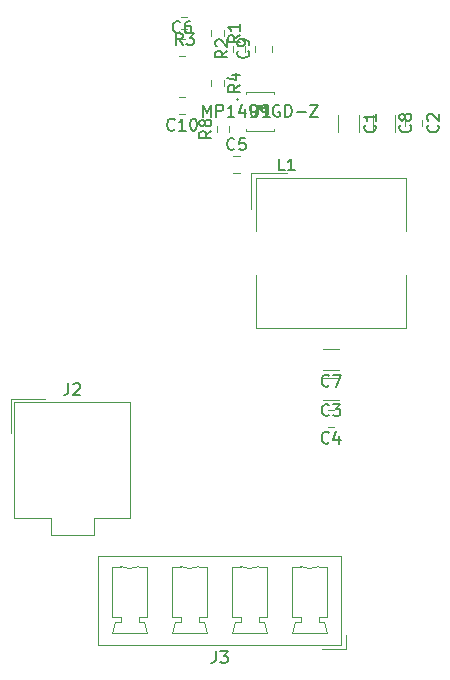
<source format=gbr>
%TF.GenerationSoftware,KiCad,Pcbnew,(5.1.9)-1*%
%TF.CreationDate,2021-07-15T17:24:24+09:00*%
%TF.ProjectId,4710MQ Power Supply,34373130-4d51-4205-906f-776572205375,rev?*%
%TF.SameCoordinates,Original*%
%TF.FileFunction,Legend,Top*%
%TF.FilePolarity,Positive*%
%FSLAX46Y46*%
G04 Gerber Fmt 4.6, Leading zero omitted, Abs format (unit mm)*
G04 Created by KiCad (PCBNEW (5.1.9)-1) date 2021-07-15 17:24:24*
%MOMM*%
%LPD*%
G01*
G04 APERTURE LIST*
%ADD10C,0.120000*%
%ADD11C,0.150000*%
G04 APERTURE END LIST*
D10*
%TO.C,U1*%
X144818900Y-89876400D02*
X147181100Y-89876400D01*
X147181100Y-89876400D02*
X147181100Y-89660141D01*
X147181100Y-86523600D02*
X144818900Y-86523600D01*
X144818900Y-86523600D02*
X144818900Y-86739859D01*
X144818900Y-89660141D02*
X144818900Y-89876400D01*
X147181100Y-86739859D02*
X147181100Y-86523600D01*
X144196701Y-87200000D02*
G75*
G03*
X144196701Y-87200000I-101600J0D01*
G01*
%TO.C,R8*%
X142327500Y-89954724D02*
X142327500Y-89445276D01*
X143372500Y-89954724D02*
X143372500Y-89445276D01*
%TO.C,R4*%
X142922500Y-85545276D02*
X142922500Y-86054724D01*
X141877500Y-85545276D02*
X141877500Y-86054724D01*
%TO.C,R3*%
X139854724Y-81222500D02*
X139345276Y-81222500D01*
X139854724Y-80177500D02*
X139345276Y-80177500D01*
%TO.C,R2*%
X143677500Y-83154724D02*
X143677500Y-82645276D01*
X144722500Y-83154724D02*
X144722500Y-82645276D01*
%TO.C,R1*%
X142922500Y-81345276D02*
X142922500Y-81854724D01*
X141877500Y-81345276D02*
X141877500Y-81854724D01*
%TO.C,L1*%
X145250000Y-96450000D02*
X145250000Y-93450000D01*
X145250000Y-93450000D02*
X148250000Y-93450000D01*
X145630000Y-93830000D02*
X158370000Y-93830000D01*
X158370000Y-93830000D02*
X158370000Y-98350000D01*
X158370000Y-102050000D02*
X158370000Y-106570000D01*
X145630000Y-106570000D02*
X158370000Y-106570000D01*
X145630000Y-93830000D02*
X145630000Y-98350000D01*
X145630000Y-102050000D02*
X145630000Y-106570000D01*
%TO.C,J3*%
X152850000Y-133360000D02*
X152850000Y-125890000D01*
X152850000Y-125890000D02*
X132310000Y-125890000D01*
X132310000Y-125890000D02*
X132310000Y-133360000D01*
X132310000Y-133360000D02*
X152850000Y-133360000D01*
X150950000Y-126750000D02*
X151700000Y-126750000D01*
X151700000Y-126750000D02*
X151700000Y-131050000D01*
X151700000Y-131050000D02*
X150950000Y-131050000D01*
X150950000Y-131050000D02*
X150950000Y-131400000D01*
X150950000Y-131400000D02*
X151450000Y-131400000D01*
X151450000Y-131400000D02*
X151700000Y-132400000D01*
X151700000Y-132400000D02*
X148700000Y-132400000D01*
X148700000Y-132400000D02*
X148950000Y-131400000D01*
X148950000Y-131400000D02*
X149450000Y-131400000D01*
X149450000Y-131400000D02*
X149450000Y-131050000D01*
X149450000Y-131050000D02*
X148700000Y-131050000D01*
X148700000Y-131050000D02*
X148700000Y-126750000D01*
X148700000Y-126750000D02*
X149450000Y-126750000D01*
X145870000Y-126750000D02*
X146620000Y-126750000D01*
X146620000Y-126750000D02*
X146620000Y-131050000D01*
X146620000Y-131050000D02*
X145870000Y-131050000D01*
X145870000Y-131050000D02*
X145870000Y-131400000D01*
X145870000Y-131400000D02*
X146370000Y-131400000D01*
X146370000Y-131400000D02*
X146620000Y-132400000D01*
X146620000Y-132400000D02*
X143620000Y-132400000D01*
X143620000Y-132400000D02*
X143870000Y-131400000D01*
X143870000Y-131400000D02*
X144370000Y-131400000D01*
X144370000Y-131400000D02*
X144370000Y-131050000D01*
X144370000Y-131050000D02*
X143620000Y-131050000D01*
X143620000Y-131050000D02*
X143620000Y-126750000D01*
X143620000Y-126750000D02*
X144370000Y-126750000D01*
X140790000Y-126750000D02*
X141540000Y-126750000D01*
X141540000Y-126750000D02*
X141540000Y-131050000D01*
X141540000Y-131050000D02*
X140790000Y-131050000D01*
X140790000Y-131050000D02*
X140790000Y-131400000D01*
X140790000Y-131400000D02*
X141290000Y-131400000D01*
X141290000Y-131400000D02*
X141540000Y-132400000D01*
X141540000Y-132400000D02*
X138540000Y-132400000D01*
X138540000Y-132400000D02*
X138790000Y-131400000D01*
X138790000Y-131400000D02*
X139290000Y-131400000D01*
X139290000Y-131400000D02*
X139290000Y-131050000D01*
X139290000Y-131050000D02*
X138540000Y-131050000D01*
X138540000Y-131050000D02*
X138540000Y-126750000D01*
X138540000Y-126750000D02*
X139290000Y-126750000D01*
X135710000Y-126750000D02*
X136460000Y-126750000D01*
X136460000Y-126750000D02*
X136460000Y-131050000D01*
X136460000Y-131050000D02*
X135710000Y-131050000D01*
X135710000Y-131050000D02*
X135710000Y-131400000D01*
X135710000Y-131400000D02*
X136210000Y-131400000D01*
X136210000Y-131400000D02*
X136460000Y-132400000D01*
X136460000Y-132400000D02*
X133460000Y-132400000D01*
X133460000Y-132400000D02*
X133710000Y-131400000D01*
X133710000Y-131400000D02*
X134210000Y-131400000D01*
X134210000Y-131400000D02*
X134210000Y-131050000D01*
X134210000Y-131050000D02*
X133460000Y-131050000D01*
X133460000Y-131050000D02*
X133460000Y-126750000D01*
X133460000Y-126750000D02*
X134210000Y-126750000D01*
X153240000Y-132500000D02*
X153240000Y-133750000D01*
X153240000Y-133750000D02*
X151240000Y-133750000D01*
X134210353Y-126750155D02*
G75*
G03*
X135710000Y-126750000I749647J1700155D01*
G01*
X139290353Y-126750155D02*
G75*
G03*
X140790000Y-126750000I749647J1700155D01*
G01*
X144370353Y-126750155D02*
G75*
G03*
X145870000Y-126750000I749647J1700155D01*
G01*
X149450353Y-126750155D02*
G75*
G03*
X150950000Y-126750000I749647J1700155D01*
G01*
%TO.C,J2*%
X130100000Y-112840000D02*
X125190000Y-112840000D01*
X125190000Y-112840000D02*
X125190000Y-122660000D01*
X125190000Y-122660000D02*
X128290000Y-122660000D01*
X128290000Y-122660000D02*
X128290000Y-124060000D01*
X128290000Y-124060000D02*
X130100000Y-124060000D01*
X130100000Y-112840000D02*
X135010000Y-112840000D01*
X135010000Y-112840000D02*
X135010000Y-122660000D01*
X135010000Y-122660000D02*
X131910000Y-122660000D01*
X131910000Y-122660000D02*
X131910000Y-124060000D01*
X131910000Y-124060000D02*
X130100000Y-124060000D01*
X127800000Y-112600000D02*
X124950000Y-112600000D01*
X124950000Y-112600000D02*
X124950000Y-115450000D01*
%TO.C,C10*%
X139661252Y-88435000D02*
X139138748Y-88435000D01*
X139661252Y-86965000D02*
X139138748Y-86965000D01*
%TO.C,C9*%
X145565000Y-83161252D02*
X145565000Y-82638748D01*
X147035000Y-83161252D02*
X147035000Y-82638748D01*
%TO.C,C8*%
X157410000Y-88488748D02*
X157410000Y-89911252D01*
X155590000Y-88488748D02*
X155590000Y-89911252D01*
%TO.C,C7*%
X152711252Y-110110000D02*
X151288748Y-110110000D01*
X152711252Y-108290000D02*
X151288748Y-108290000D01*
%TO.C,C6*%
X139138748Y-82065000D02*
X139661252Y-82065000D01*
X139138748Y-83535000D02*
X139661252Y-83535000D01*
%TO.C,C5*%
X143738748Y-91965000D02*
X144261252Y-91965000D01*
X143738748Y-93435000D02*
X144261252Y-93435000D01*
%TO.C,C4*%
X152261252Y-114935000D02*
X151738748Y-114935000D01*
X152261252Y-113465000D02*
X151738748Y-113465000D01*
%TO.C,C3*%
X152711252Y-112610000D02*
X151288748Y-112610000D01*
X152711252Y-110790000D02*
X151288748Y-110790000D01*
%TO.C,C2*%
X159735000Y-88938748D02*
X159735000Y-89461252D01*
X158265000Y-88938748D02*
X158265000Y-89461252D01*
%TO.C,C1*%
X154410000Y-88488748D02*
X154410000Y-89911252D01*
X152590000Y-88488748D02*
X152590000Y-89911252D01*
%TO.C,U1*%
D11*
X145238095Y-87652380D02*
X145238095Y-88461904D01*
X145285714Y-88557142D01*
X145333333Y-88604761D01*
X145428571Y-88652380D01*
X145619047Y-88652380D01*
X145714285Y-88604761D01*
X145761904Y-88557142D01*
X145809523Y-88461904D01*
X145809523Y-87652380D01*
X146809523Y-88652380D02*
X146238095Y-88652380D01*
X146523809Y-88652380D02*
X146523809Y-87652380D01*
X146428571Y-87795238D01*
X146333333Y-87890476D01*
X146238095Y-87938095D01*
X141166666Y-88652380D02*
X141166666Y-87652380D01*
X141500000Y-88366666D01*
X141833333Y-87652380D01*
X141833333Y-88652380D01*
X142309523Y-88652380D02*
X142309523Y-87652380D01*
X142690476Y-87652380D01*
X142785714Y-87700000D01*
X142833333Y-87747619D01*
X142880952Y-87842857D01*
X142880952Y-87985714D01*
X142833333Y-88080952D01*
X142785714Y-88128571D01*
X142690476Y-88176190D01*
X142309523Y-88176190D01*
X143833333Y-88652380D02*
X143261904Y-88652380D01*
X143547619Y-88652380D02*
X143547619Y-87652380D01*
X143452380Y-87795238D01*
X143357142Y-87890476D01*
X143261904Y-87938095D01*
X144690476Y-87985714D02*
X144690476Y-88652380D01*
X144452380Y-87604761D02*
X144214285Y-88319047D01*
X144833333Y-88319047D01*
X145261904Y-88652380D02*
X145452380Y-88652380D01*
X145547619Y-88604761D01*
X145595238Y-88557142D01*
X145690476Y-88414285D01*
X145738095Y-88223809D01*
X145738095Y-87842857D01*
X145690476Y-87747619D01*
X145642857Y-87700000D01*
X145547619Y-87652380D01*
X145357142Y-87652380D01*
X145261904Y-87700000D01*
X145214285Y-87747619D01*
X145166666Y-87842857D01*
X145166666Y-88080952D01*
X145214285Y-88176190D01*
X145261904Y-88223809D01*
X145357142Y-88271428D01*
X145547619Y-88271428D01*
X145642857Y-88223809D01*
X145690476Y-88176190D01*
X145738095Y-88080952D01*
X146214285Y-88652380D02*
X146404761Y-88652380D01*
X146500000Y-88604761D01*
X146547619Y-88557142D01*
X146642857Y-88414285D01*
X146690476Y-88223809D01*
X146690476Y-87842857D01*
X146642857Y-87747619D01*
X146595238Y-87700000D01*
X146500000Y-87652380D01*
X146309523Y-87652380D01*
X146214285Y-87700000D01*
X146166666Y-87747619D01*
X146119047Y-87842857D01*
X146119047Y-88080952D01*
X146166666Y-88176190D01*
X146214285Y-88223809D01*
X146309523Y-88271428D01*
X146500000Y-88271428D01*
X146595238Y-88223809D01*
X146642857Y-88176190D01*
X146690476Y-88080952D01*
X147642857Y-87700000D02*
X147547619Y-87652380D01*
X147404761Y-87652380D01*
X147261904Y-87700000D01*
X147166666Y-87795238D01*
X147119047Y-87890476D01*
X147071428Y-88080952D01*
X147071428Y-88223809D01*
X147119047Y-88414285D01*
X147166666Y-88509523D01*
X147261904Y-88604761D01*
X147404761Y-88652380D01*
X147500000Y-88652380D01*
X147642857Y-88604761D01*
X147690476Y-88557142D01*
X147690476Y-88223809D01*
X147500000Y-88223809D01*
X148119047Y-88652380D02*
X148119047Y-87652380D01*
X148357142Y-87652380D01*
X148500000Y-87700000D01*
X148595238Y-87795238D01*
X148642857Y-87890476D01*
X148690476Y-88080952D01*
X148690476Y-88223809D01*
X148642857Y-88414285D01*
X148595238Y-88509523D01*
X148500000Y-88604761D01*
X148357142Y-88652380D01*
X148119047Y-88652380D01*
X149119047Y-88271428D02*
X149880952Y-88271428D01*
X150261904Y-87652380D02*
X150928571Y-87652380D01*
X150261904Y-88652380D01*
X150928571Y-88652380D01*
X146000000Y-87652380D02*
X146000000Y-87890476D01*
X145761904Y-87795238D02*
X146000000Y-87890476D01*
X146238095Y-87795238D01*
X145857142Y-88080952D02*
X146000000Y-87890476D01*
X146142857Y-88080952D01*
%TO.C,R8*%
X141872380Y-89866666D02*
X141396190Y-90200000D01*
X141872380Y-90438095D02*
X140872380Y-90438095D01*
X140872380Y-90057142D01*
X140920000Y-89961904D01*
X140967619Y-89914285D01*
X141062857Y-89866666D01*
X141205714Y-89866666D01*
X141300952Y-89914285D01*
X141348571Y-89961904D01*
X141396190Y-90057142D01*
X141396190Y-90438095D01*
X141300952Y-89295238D02*
X141253333Y-89390476D01*
X141205714Y-89438095D01*
X141110476Y-89485714D01*
X141062857Y-89485714D01*
X140967619Y-89438095D01*
X140920000Y-89390476D01*
X140872380Y-89295238D01*
X140872380Y-89104761D01*
X140920000Y-89009523D01*
X140967619Y-88961904D01*
X141062857Y-88914285D01*
X141110476Y-88914285D01*
X141205714Y-88961904D01*
X141253333Y-89009523D01*
X141300952Y-89104761D01*
X141300952Y-89295238D01*
X141348571Y-89390476D01*
X141396190Y-89438095D01*
X141491428Y-89485714D01*
X141681904Y-89485714D01*
X141777142Y-89438095D01*
X141824761Y-89390476D01*
X141872380Y-89295238D01*
X141872380Y-89104761D01*
X141824761Y-89009523D01*
X141777142Y-88961904D01*
X141681904Y-88914285D01*
X141491428Y-88914285D01*
X141396190Y-88961904D01*
X141348571Y-89009523D01*
X141300952Y-89104761D01*
%TO.C,R4*%
X144282380Y-85966666D02*
X143806190Y-86300000D01*
X144282380Y-86538095D02*
X143282380Y-86538095D01*
X143282380Y-86157142D01*
X143330000Y-86061904D01*
X143377619Y-86014285D01*
X143472857Y-85966666D01*
X143615714Y-85966666D01*
X143710952Y-86014285D01*
X143758571Y-86061904D01*
X143806190Y-86157142D01*
X143806190Y-86538095D01*
X143615714Y-85109523D02*
X144282380Y-85109523D01*
X143234761Y-85347619D02*
X143949047Y-85585714D01*
X143949047Y-84966666D01*
%TO.C,R3*%
X139433333Y-82582380D02*
X139100000Y-82106190D01*
X138861904Y-82582380D02*
X138861904Y-81582380D01*
X139242857Y-81582380D01*
X139338095Y-81630000D01*
X139385714Y-81677619D01*
X139433333Y-81772857D01*
X139433333Y-81915714D01*
X139385714Y-82010952D01*
X139338095Y-82058571D01*
X139242857Y-82106190D01*
X138861904Y-82106190D01*
X139766666Y-81582380D02*
X140385714Y-81582380D01*
X140052380Y-81963333D01*
X140195238Y-81963333D01*
X140290476Y-82010952D01*
X140338095Y-82058571D01*
X140385714Y-82153809D01*
X140385714Y-82391904D01*
X140338095Y-82487142D01*
X140290476Y-82534761D01*
X140195238Y-82582380D01*
X139909523Y-82582380D01*
X139814285Y-82534761D01*
X139766666Y-82487142D01*
%TO.C,R2*%
X143222380Y-83066666D02*
X142746190Y-83400000D01*
X143222380Y-83638095D02*
X142222380Y-83638095D01*
X142222380Y-83257142D01*
X142270000Y-83161904D01*
X142317619Y-83114285D01*
X142412857Y-83066666D01*
X142555714Y-83066666D01*
X142650952Y-83114285D01*
X142698571Y-83161904D01*
X142746190Y-83257142D01*
X142746190Y-83638095D01*
X142317619Y-82685714D02*
X142270000Y-82638095D01*
X142222380Y-82542857D01*
X142222380Y-82304761D01*
X142270000Y-82209523D01*
X142317619Y-82161904D01*
X142412857Y-82114285D01*
X142508095Y-82114285D01*
X142650952Y-82161904D01*
X143222380Y-82733333D01*
X143222380Y-82114285D01*
%TO.C,R1*%
X144282380Y-81766666D02*
X143806190Y-82100000D01*
X144282380Y-82338095D02*
X143282380Y-82338095D01*
X143282380Y-81957142D01*
X143330000Y-81861904D01*
X143377619Y-81814285D01*
X143472857Y-81766666D01*
X143615714Y-81766666D01*
X143710952Y-81814285D01*
X143758571Y-81861904D01*
X143806190Y-81957142D01*
X143806190Y-82338095D01*
X144282380Y-80814285D02*
X144282380Y-81385714D01*
X144282380Y-81100000D02*
X143282380Y-81100000D01*
X143425238Y-81195238D01*
X143520476Y-81290476D01*
X143568095Y-81385714D01*
%TO.C,L1*%
X148083333Y-93202380D02*
X147607142Y-93202380D01*
X147607142Y-92202380D01*
X148940476Y-93202380D02*
X148369047Y-93202380D01*
X148654761Y-93202380D02*
X148654761Y-92202380D01*
X148559523Y-92345238D01*
X148464285Y-92440476D01*
X148369047Y-92488095D01*
%TO.C,J3*%
X142246666Y-133902380D02*
X142246666Y-134616666D01*
X142199047Y-134759523D01*
X142103809Y-134854761D01*
X141960952Y-134902380D01*
X141865714Y-134902380D01*
X142627619Y-133902380D02*
X143246666Y-133902380D01*
X142913333Y-134283333D01*
X143056190Y-134283333D01*
X143151428Y-134330952D01*
X143199047Y-134378571D01*
X143246666Y-134473809D01*
X143246666Y-134711904D01*
X143199047Y-134807142D01*
X143151428Y-134854761D01*
X143056190Y-134902380D01*
X142770476Y-134902380D01*
X142675238Y-134854761D01*
X142627619Y-134807142D01*
%TO.C,J2*%
X129766666Y-111202380D02*
X129766666Y-111916666D01*
X129719047Y-112059523D01*
X129623809Y-112154761D01*
X129480952Y-112202380D01*
X129385714Y-112202380D01*
X130195238Y-111297619D02*
X130242857Y-111250000D01*
X130338095Y-111202380D01*
X130576190Y-111202380D01*
X130671428Y-111250000D01*
X130719047Y-111297619D01*
X130766666Y-111392857D01*
X130766666Y-111488095D01*
X130719047Y-111630952D01*
X130147619Y-112202380D01*
X130766666Y-112202380D01*
%TO.C,C10*%
X138757142Y-89737142D02*
X138709523Y-89784761D01*
X138566666Y-89832380D01*
X138471428Y-89832380D01*
X138328571Y-89784761D01*
X138233333Y-89689523D01*
X138185714Y-89594285D01*
X138138095Y-89403809D01*
X138138095Y-89260952D01*
X138185714Y-89070476D01*
X138233333Y-88975238D01*
X138328571Y-88880000D01*
X138471428Y-88832380D01*
X138566666Y-88832380D01*
X138709523Y-88880000D01*
X138757142Y-88927619D01*
X139709523Y-89832380D02*
X139138095Y-89832380D01*
X139423809Y-89832380D02*
X139423809Y-88832380D01*
X139328571Y-88975238D01*
X139233333Y-89070476D01*
X139138095Y-89118095D01*
X140328571Y-88832380D02*
X140423809Y-88832380D01*
X140519047Y-88880000D01*
X140566666Y-88927619D01*
X140614285Y-89022857D01*
X140661904Y-89213333D01*
X140661904Y-89451428D01*
X140614285Y-89641904D01*
X140566666Y-89737142D01*
X140519047Y-89784761D01*
X140423809Y-89832380D01*
X140328571Y-89832380D01*
X140233333Y-89784761D01*
X140185714Y-89737142D01*
X140138095Y-89641904D01*
X140090476Y-89451428D01*
X140090476Y-89213333D01*
X140138095Y-89022857D01*
X140185714Y-88927619D01*
X140233333Y-88880000D01*
X140328571Y-88832380D01*
%TO.C,C9*%
X144977142Y-83066666D02*
X145024761Y-83114285D01*
X145072380Y-83257142D01*
X145072380Y-83352380D01*
X145024761Y-83495238D01*
X144929523Y-83590476D01*
X144834285Y-83638095D01*
X144643809Y-83685714D01*
X144500952Y-83685714D01*
X144310476Y-83638095D01*
X144215238Y-83590476D01*
X144120000Y-83495238D01*
X144072380Y-83352380D01*
X144072380Y-83257142D01*
X144120000Y-83114285D01*
X144167619Y-83066666D01*
X145072380Y-82590476D02*
X145072380Y-82400000D01*
X145024761Y-82304761D01*
X144977142Y-82257142D01*
X144834285Y-82161904D01*
X144643809Y-82114285D01*
X144262857Y-82114285D01*
X144167619Y-82161904D01*
X144120000Y-82209523D01*
X144072380Y-82304761D01*
X144072380Y-82495238D01*
X144120000Y-82590476D01*
X144167619Y-82638095D01*
X144262857Y-82685714D01*
X144500952Y-82685714D01*
X144596190Y-82638095D01*
X144643809Y-82590476D01*
X144691428Y-82495238D01*
X144691428Y-82304761D01*
X144643809Y-82209523D01*
X144596190Y-82161904D01*
X144500952Y-82114285D01*
%TO.C,C8*%
X158707142Y-89366666D02*
X158754761Y-89414285D01*
X158802380Y-89557142D01*
X158802380Y-89652380D01*
X158754761Y-89795238D01*
X158659523Y-89890476D01*
X158564285Y-89938095D01*
X158373809Y-89985714D01*
X158230952Y-89985714D01*
X158040476Y-89938095D01*
X157945238Y-89890476D01*
X157850000Y-89795238D01*
X157802380Y-89652380D01*
X157802380Y-89557142D01*
X157850000Y-89414285D01*
X157897619Y-89366666D01*
X158230952Y-88795238D02*
X158183333Y-88890476D01*
X158135714Y-88938095D01*
X158040476Y-88985714D01*
X157992857Y-88985714D01*
X157897619Y-88938095D01*
X157850000Y-88890476D01*
X157802380Y-88795238D01*
X157802380Y-88604761D01*
X157850000Y-88509523D01*
X157897619Y-88461904D01*
X157992857Y-88414285D01*
X158040476Y-88414285D01*
X158135714Y-88461904D01*
X158183333Y-88509523D01*
X158230952Y-88604761D01*
X158230952Y-88795238D01*
X158278571Y-88890476D01*
X158326190Y-88938095D01*
X158421428Y-88985714D01*
X158611904Y-88985714D01*
X158707142Y-88938095D01*
X158754761Y-88890476D01*
X158802380Y-88795238D01*
X158802380Y-88604761D01*
X158754761Y-88509523D01*
X158707142Y-88461904D01*
X158611904Y-88414285D01*
X158421428Y-88414285D01*
X158326190Y-88461904D01*
X158278571Y-88509523D01*
X158230952Y-88604761D01*
%TO.C,C7*%
X151833333Y-111407142D02*
X151785714Y-111454761D01*
X151642857Y-111502380D01*
X151547619Y-111502380D01*
X151404761Y-111454761D01*
X151309523Y-111359523D01*
X151261904Y-111264285D01*
X151214285Y-111073809D01*
X151214285Y-110930952D01*
X151261904Y-110740476D01*
X151309523Y-110645238D01*
X151404761Y-110550000D01*
X151547619Y-110502380D01*
X151642857Y-110502380D01*
X151785714Y-110550000D01*
X151833333Y-110597619D01*
X152166666Y-110502380D02*
X152833333Y-110502380D01*
X152404761Y-111502380D01*
%TO.C,C6*%
X139233333Y-81477142D02*
X139185714Y-81524761D01*
X139042857Y-81572380D01*
X138947619Y-81572380D01*
X138804761Y-81524761D01*
X138709523Y-81429523D01*
X138661904Y-81334285D01*
X138614285Y-81143809D01*
X138614285Y-81000952D01*
X138661904Y-80810476D01*
X138709523Y-80715238D01*
X138804761Y-80620000D01*
X138947619Y-80572380D01*
X139042857Y-80572380D01*
X139185714Y-80620000D01*
X139233333Y-80667619D01*
X140090476Y-80572380D02*
X139900000Y-80572380D01*
X139804761Y-80620000D01*
X139757142Y-80667619D01*
X139661904Y-80810476D01*
X139614285Y-81000952D01*
X139614285Y-81381904D01*
X139661904Y-81477142D01*
X139709523Y-81524761D01*
X139804761Y-81572380D01*
X139995238Y-81572380D01*
X140090476Y-81524761D01*
X140138095Y-81477142D01*
X140185714Y-81381904D01*
X140185714Y-81143809D01*
X140138095Y-81048571D01*
X140090476Y-81000952D01*
X139995238Y-80953333D01*
X139804761Y-80953333D01*
X139709523Y-81000952D01*
X139661904Y-81048571D01*
X139614285Y-81143809D01*
%TO.C,C5*%
X143833333Y-91377142D02*
X143785714Y-91424761D01*
X143642857Y-91472380D01*
X143547619Y-91472380D01*
X143404761Y-91424761D01*
X143309523Y-91329523D01*
X143261904Y-91234285D01*
X143214285Y-91043809D01*
X143214285Y-90900952D01*
X143261904Y-90710476D01*
X143309523Y-90615238D01*
X143404761Y-90520000D01*
X143547619Y-90472380D01*
X143642857Y-90472380D01*
X143785714Y-90520000D01*
X143833333Y-90567619D01*
X144738095Y-90472380D02*
X144261904Y-90472380D01*
X144214285Y-90948571D01*
X144261904Y-90900952D01*
X144357142Y-90853333D01*
X144595238Y-90853333D01*
X144690476Y-90900952D01*
X144738095Y-90948571D01*
X144785714Y-91043809D01*
X144785714Y-91281904D01*
X144738095Y-91377142D01*
X144690476Y-91424761D01*
X144595238Y-91472380D01*
X144357142Y-91472380D01*
X144261904Y-91424761D01*
X144214285Y-91377142D01*
%TO.C,C4*%
X151833333Y-116237142D02*
X151785714Y-116284761D01*
X151642857Y-116332380D01*
X151547619Y-116332380D01*
X151404761Y-116284761D01*
X151309523Y-116189523D01*
X151261904Y-116094285D01*
X151214285Y-115903809D01*
X151214285Y-115760952D01*
X151261904Y-115570476D01*
X151309523Y-115475238D01*
X151404761Y-115380000D01*
X151547619Y-115332380D01*
X151642857Y-115332380D01*
X151785714Y-115380000D01*
X151833333Y-115427619D01*
X152690476Y-115665714D02*
X152690476Y-116332380D01*
X152452380Y-115284761D02*
X152214285Y-115999047D01*
X152833333Y-115999047D01*
%TO.C,C3*%
X151833333Y-113907142D02*
X151785714Y-113954761D01*
X151642857Y-114002380D01*
X151547619Y-114002380D01*
X151404761Y-113954761D01*
X151309523Y-113859523D01*
X151261904Y-113764285D01*
X151214285Y-113573809D01*
X151214285Y-113430952D01*
X151261904Y-113240476D01*
X151309523Y-113145238D01*
X151404761Y-113050000D01*
X151547619Y-113002380D01*
X151642857Y-113002380D01*
X151785714Y-113050000D01*
X151833333Y-113097619D01*
X152166666Y-113002380D02*
X152785714Y-113002380D01*
X152452380Y-113383333D01*
X152595238Y-113383333D01*
X152690476Y-113430952D01*
X152738095Y-113478571D01*
X152785714Y-113573809D01*
X152785714Y-113811904D01*
X152738095Y-113907142D01*
X152690476Y-113954761D01*
X152595238Y-114002380D01*
X152309523Y-114002380D01*
X152214285Y-113954761D01*
X152166666Y-113907142D01*
%TO.C,C2*%
X161037142Y-89366666D02*
X161084761Y-89414285D01*
X161132380Y-89557142D01*
X161132380Y-89652380D01*
X161084761Y-89795238D01*
X160989523Y-89890476D01*
X160894285Y-89938095D01*
X160703809Y-89985714D01*
X160560952Y-89985714D01*
X160370476Y-89938095D01*
X160275238Y-89890476D01*
X160180000Y-89795238D01*
X160132380Y-89652380D01*
X160132380Y-89557142D01*
X160180000Y-89414285D01*
X160227619Y-89366666D01*
X160227619Y-88985714D02*
X160180000Y-88938095D01*
X160132380Y-88842857D01*
X160132380Y-88604761D01*
X160180000Y-88509523D01*
X160227619Y-88461904D01*
X160322857Y-88414285D01*
X160418095Y-88414285D01*
X160560952Y-88461904D01*
X161132380Y-89033333D01*
X161132380Y-88414285D01*
%TO.C,C1*%
X155707142Y-89366666D02*
X155754761Y-89414285D01*
X155802380Y-89557142D01*
X155802380Y-89652380D01*
X155754761Y-89795238D01*
X155659523Y-89890476D01*
X155564285Y-89938095D01*
X155373809Y-89985714D01*
X155230952Y-89985714D01*
X155040476Y-89938095D01*
X154945238Y-89890476D01*
X154850000Y-89795238D01*
X154802380Y-89652380D01*
X154802380Y-89557142D01*
X154850000Y-89414285D01*
X154897619Y-89366666D01*
X155802380Y-88414285D02*
X155802380Y-88985714D01*
X155802380Y-88700000D02*
X154802380Y-88700000D01*
X154945238Y-88795238D01*
X155040476Y-88890476D01*
X155088095Y-88985714D01*
%TD*%
M02*

</source>
